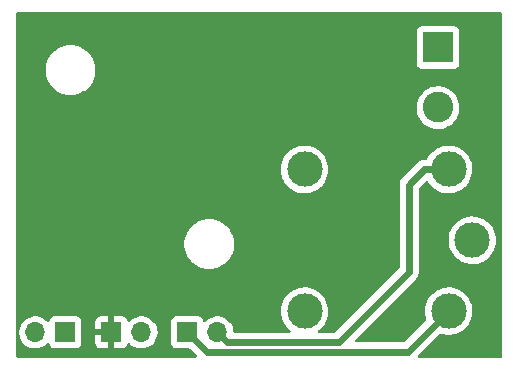
<source format=gbl>
G04 #@! TF.GenerationSoftware,KiCad,Pcbnew,6.0.6*
G04 #@! TF.CreationDate,2022-07-14T17:33:28+02:00*
G04 #@! TF.ProjectId,3D_power_meter,33445f70-6f77-4657-925f-6d657465722e,rev?*
G04 #@! TF.SameCoordinates,Original*
G04 #@! TF.FileFunction,Copper,L2,Bot*
G04 #@! TF.FilePolarity,Positive*
%FSLAX46Y46*%
G04 Gerber Fmt 4.6, Leading zero omitted, Abs format (unit mm)*
G04 Created by KiCad (PCBNEW 6.0.6) date 2022-07-14 17:33:28*
%MOMM*%
%LPD*%
G01*
G04 APERTURE LIST*
G04 #@! TA.AperFunction,ComponentPad*
%ADD10R,1.700000X1.700000*%
G04 #@! TD*
G04 #@! TA.AperFunction,ComponentPad*
%ADD11O,1.700000X1.700000*%
G04 #@! TD*
G04 #@! TA.AperFunction,ComponentPad*
%ADD12C,3.000000*%
G04 #@! TD*
G04 #@! TA.AperFunction,ComponentPad*
%ADD13R,2.600000X2.600000*%
G04 #@! TD*
G04 #@! TA.AperFunction,ComponentPad*
%ADD14C,2.600000*%
G04 #@! TD*
G04 #@! TA.AperFunction,ViaPad*
%ADD15C,0.800000*%
G04 #@! TD*
G04 #@! TA.AperFunction,Conductor*
%ADD16C,0.600000*%
G04 #@! TD*
G04 APERTURE END LIST*
D10*
X165100000Y-118000000D03*
D11*
X162560000Y-118000000D03*
D10*
X169000000Y-118000000D03*
D11*
X171540000Y-118000000D03*
D10*
X175425000Y-118000000D03*
D11*
X177965000Y-118000000D03*
D12*
X199550000Y-110200000D03*
X185350000Y-116200000D03*
X185350000Y-104200000D03*
X197550000Y-104200000D03*
X197550000Y-116200000D03*
D13*
X196645000Y-93880000D03*
D14*
X196645000Y-98960000D03*
D15*
X171625000Y-113125000D03*
X174500000Y-103050000D03*
X166175000Y-107550000D03*
X170700000Y-96100000D03*
D16*
X177075000Y-119650000D02*
X194100000Y-119650000D01*
X175425000Y-118000000D02*
X177075000Y-119650000D01*
X194100000Y-119650000D02*
X197550000Y-116200000D01*
X188250000Y-118850000D02*
X194200000Y-112900000D01*
X177965000Y-118000000D02*
X178815000Y-118850000D01*
X195500000Y-104200000D02*
X197550000Y-104200000D01*
X178815000Y-118850000D02*
X188250000Y-118850000D01*
X194200000Y-105500000D02*
X195500000Y-104200000D01*
X194200000Y-112900000D02*
X194200000Y-105500000D01*
G04 #@! TA.AperFunction,Conductor*
G36*
X202033621Y-90928502D02*
G01*
X202080114Y-90982158D01*
X202091500Y-91034500D01*
X202091500Y-120015500D01*
X202071498Y-120083621D01*
X202017842Y-120130114D01*
X201965500Y-120141500D01*
X195056082Y-120141500D01*
X194987961Y-120121498D01*
X194941468Y-120067842D01*
X194931364Y-119997568D01*
X194960858Y-119932988D01*
X194966987Y-119926405D01*
X196763007Y-118130385D01*
X196825319Y-118096359D01*
X196887887Y-118098669D01*
X196963973Y-118121207D01*
X197106723Y-118163491D01*
X197106727Y-118163492D01*
X197110836Y-118164709D01*
X197115070Y-118165357D01*
X197115075Y-118165358D01*
X197377298Y-118205483D01*
X197377300Y-118205483D01*
X197381540Y-118206132D01*
X197520912Y-118208322D01*
X197651071Y-118210367D01*
X197651077Y-118210367D01*
X197655362Y-118210434D01*
X197927235Y-118177534D01*
X198192127Y-118108041D01*
X198196087Y-118106401D01*
X198196092Y-118106399D01*
X198359721Y-118038621D01*
X198445136Y-118003241D01*
X198681582Y-117865073D01*
X198897089Y-117696094D01*
X198938809Y-117653043D01*
X199084686Y-117502509D01*
X199087669Y-117499431D01*
X199090202Y-117495983D01*
X199090206Y-117495978D01*
X199247257Y-117282178D01*
X199249795Y-117278723D01*
X199277154Y-117228334D01*
X199378418Y-117041830D01*
X199378419Y-117041828D01*
X199380468Y-117038054D01*
X199434104Y-116896109D01*
X199475751Y-116785895D01*
X199475752Y-116785891D01*
X199477269Y-116781877D01*
X199509335Y-116641869D01*
X199537449Y-116519117D01*
X199537450Y-116519113D01*
X199538407Y-116514933D01*
X199562751Y-116242161D01*
X199563193Y-116200000D01*
X199544567Y-115926778D01*
X199489032Y-115658612D01*
X199397617Y-115400465D01*
X199272013Y-115157112D01*
X199262040Y-115142921D01*
X199117008Y-114936562D01*
X199114545Y-114933057D01*
X198928125Y-114732445D01*
X198924810Y-114729731D01*
X198924806Y-114729728D01*
X198719523Y-114561706D01*
X198716205Y-114558990D01*
X198482704Y-114415901D01*
X198478768Y-114414173D01*
X198235873Y-114307549D01*
X198235869Y-114307548D01*
X198231945Y-114305825D01*
X197968566Y-114230800D01*
X197964324Y-114230196D01*
X197964318Y-114230195D01*
X197763834Y-114201662D01*
X197697443Y-114192213D01*
X197553589Y-114191460D01*
X197427877Y-114190802D01*
X197427871Y-114190802D01*
X197423591Y-114190780D01*
X197419347Y-114191339D01*
X197419343Y-114191339D01*
X197300302Y-114207011D01*
X197152078Y-114226525D01*
X197147938Y-114227658D01*
X197147936Y-114227658D01*
X197075008Y-114247609D01*
X196887928Y-114298788D01*
X196883980Y-114300472D01*
X196639982Y-114404546D01*
X196639978Y-114404548D01*
X196636030Y-114406232D01*
X196616125Y-114418145D01*
X196404725Y-114544664D01*
X196404721Y-114544667D01*
X196401043Y-114546868D01*
X196187318Y-114718094D01*
X195998808Y-114916742D01*
X195839002Y-115139136D01*
X195710857Y-115381161D01*
X195709385Y-115385184D01*
X195709383Y-115385188D01*
X195702314Y-115404506D01*
X195616743Y-115638337D01*
X195558404Y-115905907D01*
X195536917Y-116178918D01*
X195552682Y-116452320D01*
X195553507Y-116456525D01*
X195553508Y-116456533D01*
X195564127Y-116510657D01*
X195605405Y-116721053D01*
X195606792Y-116725103D01*
X195606793Y-116725108D01*
X195617588Y-116756638D01*
X195651405Y-116855408D01*
X195654547Y-116926333D01*
X195621293Y-116985315D01*
X193802013Y-118804595D01*
X193739701Y-118838621D01*
X193712918Y-118841500D01*
X189706082Y-118841500D01*
X189637961Y-118821498D01*
X189591468Y-118767842D01*
X189581364Y-118697568D01*
X189610858Y-118632988D01*
X189616987Y-118626405D01*
X194765110Y-113478281D01*
X194766047Y-113477353D01*
X194825474Y-113419158D01*
X194825475Y-113419156D01*
X194830507Y-113414229D01*
X194834322Y-113408309D01*
X194834327Y-113408303D01*
X194853994Y-113377786D01*
X194861427Y-113367441D01*
X194888476Y-113333557D01*
X194903073Y-113303362D01*
X194910602Y-113289945D01*
X194924948Y-113267684D01*
X194928765Y-113261762D01*
X194931173Y-113255145D01*
X194931176Y-113255140D01*
X194943592Y-113221027D01*
X194948553Y-113209284D01*
X194964353Y-113176600D01*
X194964356Y-113176591D01*
X194967421Y-113170251D01*
X194974966Y-113137572D01*
X194979334Y-113122825D01*
X194990803Y-113091315D01*
X194991685Y-113084330D01*
X194991687Y-113084323D01*
X194996237Y-113048308D01*
X194998472Y-113035757D01*
X195006640Y-113000378D01*
X195008225Y-112993515D01*
X195008367Y-112952926D01*
X195008396Y-112952057D01*
X195008500Y-112951231D01*
X195008500Y-112914714D01*
X195008858Y-112812130D01*
X195008589Y-112810927D01*
X195008500Y-112809283D01*
X195008500Y-110178918D01*
X197536917Y-110178918D01*
X197552682Y-110452320D01*
X197553507Y-110456525D01*
X197553508Y-110456533D01*
X197564127Y-110510657D01*
X197605405Y-110721053D01*
X197606792Y-110725103D01*
X197606793Y-110725108D01*
X197690137Y-110968534D01*
X197694112Y-110980144D01*
X197817160Y-111224799D01*
X197819586Y-111228328D01*
X197819589Y-111228334D01*
X197969843Y-111446953D01*
X197972274Y-111450490D01*
X197975161Y-111453663D01*
X197975162Y-111453664D01*
X198013665Y-111495978D01*
X198156582Y-111653043D01*
X198366675Y-111828707D01*
X198370316Y-111830991D01*
X198595024Y-111971951D01*
X198595028Y-111971953D01*
X198598664Y-111974234D01*
X198666544Y-112004883D01*
X198844345Y-112085164D01*
X198844349Y-112085166D01*
X198848257Y-112086930D01*
X198852377Y-112088150D01*
X198852376Y-112088150D01*
X199106723Y-112163491D01*
X199106727Y-112163492D01*
X199110836Y-112164709D01*
X199115070Y-112165357D01*
X199115075Y-112165358D01*
X199377298Y-112205483D01*
X199377300Y-112205483D01*
X199381540Y-112206132D01*
X199520912Y-112208322D01*
X199651071Y-112210367D01*
X199651077Y-112210367D01*
X199655362Y-112210434D01*
X199927235Y-112177534D01*
X200192127Y-112108041D01*
X200196087Y-112106401D01*
X200196092Y-112106399D01*
X200318632Y-112055641D01*
X200445136Y-112003241D01*
X200681582Y-111865073D01*
X200897089Y-111696094D01*
X200938809Y-111653043D01*
X201084686Y-111502509D01*
X201087669Y-111499431D01*
X201090202Y-111495983D01*
X201090206Y-111495978D01*
X201247257Y-111282178D01*
X201249795Y-111278723D01*
X201251841Y-111274955D01*
X201378418Y-111041830D01*
X201378419Y-111041828D01*
X201380468Y-111038054D01*
X201477269Y-110781877D01*
X201504736Y-110661951D01*
X201537449Y-110519117D01*
X201537450Y-110519113D01*
X201538407Y-110514933D01*
X201548970Y-110396583D01*
X201562531Y-110244627D01*
X201562531Y-110244625D01*
X201562751Y-110242161D01*
X201563193Y-110200000D01*
X201561465Y-110174648D01*
X201544859Y-109931055D01*
X201544858Y-109931049D01*
X201544567Y-109926778D01*
X201489032Y-109658612D01*
X201397617Y-109400465D01*
X201272013Y-109157112D01*
X201262040Y-109142921D01*
X201117008Y-108936562D01*
X201114545Y-108933057D01*
X200928125Y-108732445D01*
X200924810Y-108729731D01*
X200924806Y-108729728D01*
X200794069Y-108622721D01*
X200716205Y-108558990D01*
X200482704Y-108415901D01*
X200478768Y-108414173D01*
X200235873Y-108307549D01*
X200235869Y-108307548D01*
X200231945Y-108305825D01*
X199968566Y-108230800D01*
X199964324Y-108230196D01*
X199964318Y-108230195D01*
X199763834Y-108201662D01*
X199697443Y-108192213D01*
X199553589Y-108191460D01*
X199427877Y-108190802D01*
X199427871Y-108190802D01*
X199423591Y-108190780D01*
X199419347Y-108191339D01*
X199419343Y-108191339D01*
X199300302Y-108207011D01*
X199152078Y-108226525D01*
X199147938Y-108227658D01*
X199147936Y-108227658D01*
X199075008Y-108247609D01*
X198887928Y-108298788D01*
X198883980Y-108300472D01*
X198639982Y-108404546D01*
X198639978Y-108404548D01*
X198636030Y-108406232D01*
X198587698Y-108435158D01*
X198404725Y-108544664D01*
X198404721Y-108544667D01*
X198401043Y-108546868D01*
X198187318Y-108718094D01*
X197998808Y-108916742D01*
X197839002Y-109139136D01*
X197710857Y-109381161D01*
X197709385Y-109385184D01*
X197709383Y-109385188D01*
X197702314Y-109404506D01*
X197616743Y-109638337D01*
X197558404Y-109905907D01*
X197536917Y-110178918D01*
X195008500Y-110178918D01*
X195008500Y-105887083D01*
X195028502Y-105818962D01*
X195045404Y-105797988D01*
X195259049Y-105584343D01*
X195629151Y-105214240D01*
X195691464Y-105180215D01*
X195762279Y-105185279D01*
X195822086Y-105231966D01*
X195972274Y-105450490D01*
X196156582Y-105653043D01*
X196366675Y-105828707D01*
X196370316Y-105830991D01*
X196595024Y-105971951D01*
X196595028Y-105971953D01*
X196598664Y-105974234D01*
X196666544Y-106004883D01*
X196844345Y-106085164D01*
X196844349Y-106085166D01*
X196848257Y-106086930D01*
X196852377Y-106088150D01*
X196852376Y-106088150D01*
X197106723Y-106163491D01*
X197106727Y-106163492D01*
X197110836Y-106164709D01*
X197115070Y-106165357D01*
X197115075Y-106165358D01*
X197377298Y-106205483D01*
X197377300Y-106205483D01*
X197381540Y-106206132D01*
X197520912Y-106208322D01*
X197651071Y-106210367D01*
X197651077Y-106210367D01*
X197655362Y-106210434D01*
X197927235Y-106177534D01*
X198192127Y-106108041D01*
X198196087Y-106106401D01*
X198196092Y-106106399D01*
X198318632Y-106055641D01*
X198445136Y-106003241D01*
X198563359Y-105934157D01*
X198677879Y-105867237D01*
X198677880Y-105867236D01*
X198681582Y-105865073D01*
X198897089Y-105696094D01*
X198938809Y-105653043D01*
X199084686Y-105502509D01*
X199087669Y-105499431D01*
X199090202Y-105495983D01*
X199090206Y-105495978D01*
X199247257Y-105282178D01*
X199249795Y-105278723D01*
X199277154Y-105228334D01*
X199378418Y-105041830D01*
X199378419Y-105041828D01*
X199380468Y-105038054D01*
X199477269Y-104781877D01*
X199538407Y-104514933D01*
X199562751Y-104242161D01*
X199563193Y-104200000D01*
X199544567Y-103926778D01*
X199489032Y-103658612D01*
X199397617Y-103400465D01*
X199272013Y-103157112D01*
X199262040Y-103142921D01*
X199117008Y-102936562D01*
X199114545Y-102933057D01*
X198928125Y-102732445D01*
X198924810Y-102729731D01*
X198924806Y-102729728D01*
X198719523Y-102561706D01*
X198716205Y-102558990D01*
X198482704Y-102415901D01*
X198478768Y-102414173D01*
X198235873Y-102307549D01*
X198235869Y-102307548D01*
X198231945Y-102305825D01*
X197968566Y-102230800D01*
X197964324Y-102230196D01*
X197964318Y-102230195D01*
X197763834Y-102201662D01*
X197697443Y-102192213D01*
X197553589Y-102191460D01*
X197427877Y-102190802D01*
X197427871Y-102190802D01*
X197423591Y-102190780D01*
X197419347Y-102191339D01*
X197419343Y-102191339D01*
X197300302Y-102207011D01*
X197152078Y-102226525D01*
X197147938Y-102227658D01*
X197147936Y-102227658D01*
X197075008Y-102247609D01*
X196887928Y-102298788D01*
X196883980Y-102300472D01*
X196639982Y-102404546D01*
X196639978Y-102404548D01*
X196636030Y-102406232D01*
X196616125Y-102418145D01*
X196404725Y-102544664D01*
X196404721Y-102544667D01*
X196401043Y-102546868D01*
X196187318Y-102718094D01*
X195998808Y-102916742D01*
X195839002Y-103139136D01*
X195836998Y-103142921D01*
X195740879Y-103324459D01*
X195691326Y-103375302D01*
X195629524Y-103391500D01*
X195509260Y-103391500D01*
X195507941Y-103391493D01*
X195417779Y-103390549D01*
X195410893Y-103392038D01*
X195410891Y-103392038D01*
X195401563Y-103394055D01*
X195375403Y-103399711D01*
X195362837Y-103401769D01*
X195319745Y-103406603D01*
X195313094Y-103408919D01*
X195313090Y-103408920D01*
X195288070Y-103417633D01*
X195273257Y-103421796D01*
X195240490Y-103428881D01*
X195201189Y-103447207D01*
X195189406Y-103451992D01*
X195148448Y-103466255D01*
X195142471Y-103469990D01*
X195120016Y-103484021D01*
X195106499Y-103491360D01*
X195082481Y-103502560D01*
X195082477Y-103502562D01*
X195076098Y-103505537D01*
X195070534Y-103509853D01*
X195070532Y-103509854D01*
X195041840Y-103532109D01*
X195031385Y-103539403D01*
X194994624Y-103562374D01*
X194989627Y-103567336D01*
X194989626Y-103567337D01*
X194965821Y-103590976D01*
X194965196Y-103591561D01*
X194964530Y-103592078D01*
X194938540Y-103618068D01*
X194865918Y-103690185D01*
X194865260Y-103691222D01*
X194864157Y-103692451D01*
X193634842Y-104921766D01*
X193633905Y-104922694D01*
X193569493Y-104985771D01*
X193546002Y-105022221D01*
X193538583Y-105032546D01*
X193511524Y-105066443D01*
X193508459Y-105072784D01*
X193508458Y-105072785D01*
X193496928Y-105096637D01*
X193489399Y-105110054D01*
X193471235Y-105138238D01*
X193468827Y-105144855D01*
X193468824Y-105144860D01*
X193456408Y-105178973D01*
X193451447Y-105190716D01*
X193435646Y-105223403D01*
X193435644Y-105223408D01*
X193432579Y-105229749D01*
X193430996Y-105236607D01*
X193430995Y-105236609D01*
X193425035Y-105262426D01*
X193420668Y-105277169D01*
X193409197Y-105308685D01*
X193408314Y-105315675D01*
X193408312Y-105315683D01*
X193403762Y-105351701D01*
X193401526Y-105364253D01*
X193391776Y-105406485D01*
X193391751Y-105413531D01*
X193391751Y-105413534D01*
X193391634Y-105447056D01*
X193391605Y-105447938D01*
X193391500Y-105448769D01*
X193391500Y-105485572D01*
X193391143Y-105587870D01*
X193391411Y-105589070D01*
X193391500Y-105590707D01*
X193391500Y-112512918D01*
X193371498Y-112581039D01*
X193354595Y-112602013D01*
X187952013Y-118004595D01*
X187889701Y-118038621D01*
X187862918Y-118041500D01*
X186621472Y-118041500D01*
X186553351Y-118021498D01*
X186506858Y-117967842D01*
X186496754Y-117897568D01*
X186526248Y-117832988D01*
X186543721Y-117816350D01*
X186697089Y-117696094D01*
X186738809Y-117653043D01*
X186884686Y-117502509D01*
X186887669Y-117499431D01*
X186890202Y-117495983D01*
X186890206Y-117495978D01*
X187047257Y-117282178D01*
X187049795Y-117278723D01*
X187077154Y-117228334D01*
X187178418Y-117041830D01*
X187178419Y-117041828D01*
X187180468Y-117038054D01*
X187234104Y-116896109D01*
X187275751Y-116785895D01*
X187275752Y-116785891D01*
X187277269Y-116781877D01*
X187309335Y-116641869D01*
X187337449Y-116519117D01*
X187337450Y-116519113D01*
X187338407Y-116514933D01*
X187362751Y-116242161D01*
X187363193Y-116200000D01*
X187344567Y-115926778D01*
X187289032Y-115658612D01*
X187197617Y-115400465D01*
X187072013Y-115157112D01*
X187062040Y-115142921D01*
X186917008Y-114936562D01*
X186914545Y-114933057D01*
X186728125Y-114732445D01*
X186724810Y-114729731D01*
X186724806Y-114729728D01*
X186519523Y-114561706D01*
X186516205Y-114558990D01*
X186282704Y-114415901D01*
X186278768Y-114414173D01*
X186035873Y-114307549D01*
X186035869Y-114307548D01*
X186031945Y-114305825D01*
X185768566Y-114230800D01*
X185764324Y-114230196D01*
X185764318Y-114230195D01*
X185563834Y-114201662D01*
X185497443Y-114192213D01*
X185353589Y-114191460D01*
X185227877Y-114190802D01*
X185227871Y-114190802D01*
X185223591Y-114190780D01*
X185219347Y-114191339D01*
X185219343Y-114191339D01*
X185100302Y-114207011D01*
X184952078Y-114226525D01*
X184947938Y-114227658D01*
X184947936Y-114227658D01*
X184875008Y-114247609D01*
X184687928Y-114298788D01*
X184683980Y-114300472D01*
X184439982Y-114404546D01*
X184439978Y-114404548D01*
X184436030Y-114406232D01*
X184416125Y-114418145D01*
X184204725Y-114544664D01*
X184204721Y-114544667D01*
X184201043Y-114546868D01*
X183987318Y-114718094D01*
X183798808Y-114916742D01*
X183639002Y-115139136D01*
X183510857Y-115381161D01*
X183509385Y-115385184D01*
X183509383Y-115385188D01*
X183502314Y-115404506D01*
X183416743Y-115638337D01*
X183358404Y-115905907D01*
X183336917Y-116178918D01*
X183352682Y-116452320D01*
X183353507Y-116456525D01*
X183353508Y-116456533D01*
X183364127Y-116510657D01*
X183405405Y-116721053D01*
X183406792Y-116725103D01*
X183406793Y-116725108D01*
X183475688Y-116926333D01*
X183494112Y-116980144D01*
X183536822Y-117065064D01*
X183588733Y-117168277D01*
X183617160Y-117224799D01*
X183619586Y-117228328D01*
X183619589Y-117228334D01*
X183687181Y-117326680D01*
X183772274Y-117450490D01*
X183956582Y-117653043D01*
X184154871Y-117818837D01*
X184194301Y-117877878D01*
X184195552Y-117948863D01*
X184158226Y-118009256D01*
X184094175Y-118039882D01*
X184074049Y-118041500D01*
X179447634Y-118041500D01*
X179379513Y-118021498D01*
X179333020Y-117967842D01*
X179322058Y-117925824D01*
X179310276Y-117782522D01*
X179309852Y-117777361D01*
X179255431Y-117560702D01*
X179166354Y-117355840D01*
X179081580Y-117224799D01*
X179047822Y-117172617D01*
X179047820Y-117172614D01*
X179045014Y-117168277D01*
X178894670Y-117003051D01*
X178890619Y-116999852D01*
X178890615Y-116999848D01*
X178723414Y-116867800D01*
X178723410Y-116867798D01*
X178719359Y-116864598D01*
X178523789Y-116756638D01*
X178518920Y-116754914D01*
X178518916Y-116754912D01*
X178318087Y-116683795D01*
X178318083Y-116683794D01*
X178313212Y-116682069D01*
X178308119Y-116681162D01*
X178308116Y-116681161D01*
X178098373Y-116643800D01*
X178098367Y-116643799D01*
X178093284Y-116642894D01*
X178019452Y-116641992D01*
X177875081Y-116640228D01*
X177875079Y-116640228D01*
X177869911Y-116640165D01*
X177649091Y-116673955D01*
X177436756Y-116743357D01*
X177238607Y-116846507D01*
X177234474Y-116849610D01*
X177234471Y-116849612D01*
X177066021Y-116976088D01*
X177059965Y-116980635D01*
X177003537Y-117039684D01*
X176979283Y-117065064D01*
X176917759Y-117100494D01*
X176846846Y-117097037D01*
X176789060Y-117055791D01*
X176770207Y-117022243D01*
X176728767Y-116911703D01*
X176725615Y-116903295D01*
X176638261Y-116786739D01*
X176521705Y-116699385D01*
X176385316Y-116648255D01*
X176323134Y-116641500D01*
X174526866Y-116641500D01*
X174464684Y-116648255D01*
X174328295Y-116699385D01*
X174211739Y-116786739D01*
X174124385Y-116903295D01*
X174073255Y-117039684D01*
X174066500Y-117101866D01*
X174066500Y-118898134D01*
X174073255Y-118960316D01*
X174124385Y-119096705D01*
X174211739Y-119213261D01*
X174328295Y-119300615D01*
X174464684Y-119351745D01*
X174526866Y-119358500D01*
X175587918Y-119358500D01*
X175656039Y-119378502D01*
X175677013Y-119395405D01*
X176208013Y-119926405D01*
X176242039Y-119988717D01*
X176236974Y-120059532D01*
X176194427Y-120116368D01*
X176127907Y-120141179D01*
X176118918Y-120141500D01*
X161034500Y-120141500D01*
X160966379Y-120121498D01*
X160919886Y-120067842D01*
X160908500Y-120015500D01*
X160908500Y-117966695D01*
X161197251Y-117966695D01*
X161197548Y-117971848D01*
X161197548Y-117971851D01*
X161206689Y-118130385D01*
X161210110Y-118189715D01*
X161211247Y-118194761D01*
X161211248Y-118194767D01*
X161225606Y-118258475D01*
X161259222Y-118407639D01*
X161343266Y-118614616D01*
X161380685Y-118675678D01*
X161437163Y-118767842D01*
X161459987Y-118805088D01*
X161606250Y-118973938D01*
X161778126Y-119116632D01*
X161971000Y-119229338D01*
X162179692Y-119309030D01*
X162184760Y-119310061D01*
X162184763Y-119310062D01*
X162292017Y-119331883D01*
X162398597Y-119353567D01*
X162403772Y-119353757D01*
X162403774Y-119353757D01*
X162616673Y-119361564D01*
X162616677Y-119361564D01*
X162621837Y-119361753D01*
X162626957Y-119361097D01*
X162626959Y-119361097D01*
X162838288Y-119334025D01*
X162838289Y-119334025D01*
X162843416Y-119333368D01*
X162848366Y-119331883D01*
X163052429Y-119270661D01*
X163052434Y-119270659D01*
X163057384Y-119269174D01*
X163257994Y-119170896D01*
X163439860Y-119041173D01*
X163548091Y-118933319D01*
X163610462Y-118899404D01*
X163681268Y-118904592D01*
X163738030Y-118947238D01*
X163755012Y-118978341D01*
X163799385Y-119096705D01*
X163886739Y-119213261D01*
X164003295Y-119300615D01*
X164139684Y-119351745D01*
X164201866Y-119358500D01*
X165998134Y-119358500D01*
X166060316Y-119351745D01*
X166196705Y-119300615D01*
X166313261Y-119213261D01*
X166400615Y-119096705D01*
X166451745Y-118960316D01*
X166458500Y-118898134D01*
X166458500Y-118894669D01*
X167642001Y-118894669D01*
X167642371Y-118901490D01*
X167647895Y-118952352D01*
X167651521Y-118967604D01*
X167696676Y-119088054D01*
X167705214Y-119103649D01*
X167781715Y-119205724D01*
X167794276Y-119218285D01*
X167896351Y-119294786D01*
X167911946Y-119303324D01*
X168032394Y-119348478D01*
X168047649Y-119352105D01*
X168098514Y-119357631D01*
X168105328Y-119358000D01*
X168727885Y-119358000D01*
X168743124Y-119353525D01*
X168744329Y-119352135D01*
X168746000Y-119344452D01*
X168746000Y-119339884D01*
X169254000Y-119339884D01*
X169258475Y-119355123D01*
X169259865Y-119356328D01*
X169267548Y-119357999D01*
X169894669Y-119357999D01*
X169901490Y-119357629D01*
X169952352Y-119352105D01*
X169967604Y-119348479D01*
X170088054Y-119303324D01*
X170103649Y-119294786D01*
X170205724Y-119218285D01*
X170218285Y-119205724D01*
X170294786Y-119103649D01*
X170303324Y-119088054D01*
X170344225Y-118978952D01*
X170386867Y-118922188D01*
X170453428Y-118897488D01*
X170522777Y-118912696D01*
X170557444Y-118940684D01*
X170582865Y-118970031D01*
X170582869Y-118970035D01*
X170586250Y-118973938D01*
X170758126Y-119116632D01*
X170951000Y-119229338D01*
X171159692Y-119309030D01*
X171164760Y-119310061D01*
X171164763Y-119310062D01*
X171272017Y-119331883D01*
X171378597Y-119353567D01*
X171383772Y-119353757D01*
X171383774Y-119353757D01*
X171596673Y-119361564D01*
X171596677Y-119361564D01*
X171601837Y-119361753D01*
X171606957Y-119361097D01*
X171606959Y-119361097D01*
X171818288Y-119334025D01*
X171818289Y-119334025D01*
X171823416Y-119333368D01*
X171828366Y-119331883D01*
X172032429Y-119270661D01*
X172032434Y-119270659D01*
X172037384Y-119269174D01*
X172237994Y-119170896D01*
X172419860Y-119041173D01*
X172578096Y-118883489D01*
X172637594Y-118800689D01*
X172705435Y-118706277D01*
X172708453Y-118702077D01*
X172807430Y-118501811D01*
X172872370Y-118288069D01*
X172901529Y-118066590D01*
X172902182Y-118039882D01*
X172903074Y-118003365D01*
X172903074Y-118003361D01*
X172903156Y-118000000D01*
X172884852Y-117777361D01*
X172830431Y-117560702D01*
X172741354Y-117355840D01*
X172656580Y-117224799D01*
X172622822Y-117172617D01*
X172622820Y-117172614D01*
X172620014Y-117168277D01*
X172469670Y-117003051D01*
X172465619Y-116999852D01*
X172465615Y-116999848D01*
X172298414Y-116867800D01*
X172298410Y-116867798D01*
X172294359Y-116864598D01*
X172098789Y-116756638D01*
X172093920Y-116754914D01*
X172093916Y-116754912D01*
X171893087Y-116683795D01*
X171893083Y-116683794D01*
X171888212Y-116682069D01*
X171883119Y-116681162D01*
X171883116Y-116681161D01*
X171673373Y-116643800D01*
X171673367Y-116643799D01*
X171668284Y-116642894D01*
X171594452Y-116641992D01*
X171450081Y-116640228D01*
X171450079Y-116640228D01*
X171444911Y-116640165D01*
X171224091Y-116673955D01*
X171011756Y-116743357D01*
X170813607Y-116846507D01*
X170809474Y-116849610D01*
X170809471Y-116849612D01*
X170641021Y-116976088D01*
X170634965Y-116980635D01*
X170631393Y-116984373D01*
X170553898Y-117065466D01*
X170492374Y-117100895D01*
X170421462Y-117097438D01*
X170363676Y-117056192D01*
X170344823Y-117022644D01*
X170303324Y-116911946D01*
X170294786Y-116896351D01*
X170218285Y-116794276D01*
X170205724Y-116781715D01*
X170103649Y-116705214D01*
X170088054Y-116696676D01*
X169967606Y-116651522D01*
X169952351Y-116647895D01*
X169901486Y-116642369D01*
X169894672Y-116642000D01*
X169272115Y-116642000D01*
X169256876Y-116646475D01*
X169255671Y-116647865D01*
X169254000Y-116655548D01*
X169254000Y-119339884D01*
X168746000Y-119339884D01*
X168746000Y-118272115D01*
X168741525Y-118256876D01*
X168740135Y-118255671D01*
X168732452Y-118254000D01*
X167660116Y-118254000D01*
X167644877Y-118258475D01*
X167643672Y-118259865D01*
X167642001Y-118267548D01*
X167642001Y-118894669D01*
X166458500Y-118894669D01*
X166458500Y-117727885D01*
X167642000Y-117727885D01*
X167646475Y-117743124D01*
X167647865Y-117744329D01*
X167655548Y-117746000D01*
X168727885Y-117746000D01*
X168743124Y-117741525D01*
X168744329Y-117740135D01*
X168746000Y-117732452D01*
X168746000Y-116660116D01*
X168741525Y-116644877D01*
X168740135Y-116643672D01*
X168732452Y-116642001D01*
X168105331Y-116642001D01*
X168098510Y-116642371D01*
X168047648Y-116647895D01*
X168032396Y-116651521D01*
X167911946Y-116696676D01*
X167896351Y-116705214D01*
X167794276Y-116781715D01*
X167781715Y-116794276D01*
X167705214Y-116896351D01*
X167696676Y-116911946D01*
X167651522Y-117032394D01*
X167647895Y-117047649D01*
X167642369Y-117098514D01*
X167642000Y-117105328D01*
X167642000Y-117727885D01*
X166458500Y-117727885D01*
X166458500Y-117101866D01*
X166451745Y-117039684D01*
X166400615Y-116903295D01*
X166313261Y-116786739D01*
X166196705Y-116699385D01*
X166060316Y-116648255D01*
X165998134Y-116641500D01*
X164201866Y-116641500D01*
X164139684Y-116648255D01*
X164003295Y-116699385D01*
X163886739Y-116786739D01*
X163799385Y-116903295D01*
X163796233Y-116911703D01*
X163754919Y-117021907D01*
X163712277Y-117078671D01*
X163645716Y-117103371D01*
X163576367Y-117088163D01*
X163543743Y-117062476D01*
X163493151Y-117006875D01*
X163493142Y-117006866D01*
X163489670Y-117003051D01*
X163485619Y-116999852D01*
X163485615Y-116999848D01*
X163318414Y-116867800D01*
X163318410Y-116867798D01*
X163314359Y-116864598D01*
X163118789Y-116756638D01*
X163113920Y-116754914D01*
X163113916Y-116754912D01*
X162913087Y-116683795D01*
X162913083Y-116683794D01*
X162908212Y-116682069D01*
X162903119Y-116681162D01*
X162903116Y-116681161D01*
X162693373Y-116643800D01*
X162693367Y-116643799D01*
X162688284Y-116642894D01*
X162614452Y-116641992D01*
X162470081Y-116640228D01*
X162470079Y-116640228D01*
X162464911Y-116640165D01*
X162244091Y-116673955D01*
X162031756Y-116743357D01*
X161833607Y-116846507D01*
X161829474Y-116849610D01*
X161829471Y-116849612D01*
X161661021Y-116976088D01*
X161654965Y-116980635D01*
X161615525Y-117021907D01*
X161543729Y-117097037D01*
X161500629Y-117142138D01*
X161374743Y-117326680D01*
X161359003Y-117360590D01*
X161317273Y-117450490D01*
X161280688Y-117529305D01*
X161220989Y-117744570D01*
X161197251Y-117966695D01*
X160908500Y-117966695D01*
X160908500Y-110657703D01*
X175165743Y-110657703D01*
X175203268Y-110942734D01*
X175279129Y-111220036D01*
X175280813Y-111223984D01*
X175377427Y-111450490D01*
X175391923Y-111484476D01*
X175402716Y-111502509D01*
X175490908Y-111649867D01*
X175539561Y-111731161D01*
X175719313Y-111955528D01*
X175842711Y-112072628D01*
X175859068Y-112088150D01*
X175927851Y-112153423D01*
X176161317Y-112321186D01*
X176165112Y-112323195D01*
X176165113Y-112323196D01*
X176186869Y-112334715D01*
X176415392Y-112455712D01*
X176685373Y-112554511D01*
X176966264Y-112615755D01*
X176994841Y-112618004D01*
X177189282Y-112633307D01*
X177189291Y-112633307D01*
X177191739Y-112633500D01*
X177347271Y-112633500D01*
X177349407Y-112633354D01*
X177349418Y-112633354D01*
X177557548Y-112619165D01*
X177557554Y-112619164D01*
X177561825Y-112618873D01*
X177566020Y-112618004D01*
X177566022Y-112618004D01*
X177702584Y-112589723D01*
X177843342Y-112560574D01*
X178114343Y-112464607D01*
X178369812Y-112332750D01*
X178373313Y-112330289D01*
X178373317Y-112330287D01*
X178549971Y-112206132D01*
X178605023Y-112167441D01*
X178815622Y-111971740D01*
X178997713Y-111749268D01*
X179147927Y-111504142D01*
X179263483Y-111240898D01*
X179342244Y-110964406D01*
X179382751Y-110679784D01*
X179382845Y-110661951D01*
X179384235Y-110396583D01*
X179384235Y-110396576D01*
X179384257Y-110392297D01*
X179346732Y-110107266D01*
X179270871Y-109829964D01*
X179197783Y-109658612D01*
X179159763Y-109569476D01*
X179159761Y-109569472D01*
X179158077Y-109565524D01*
X179010439Y-109318839D01*
X178830687Y-109094472D01*
X178707289Y-108977372D01*
X178625258Y-108899527D01*
X178625255Y-108899525D01*
X178622149Y-108896577D01*
X178388683Y-108728814D01*
X178368437Y-108718094D01*
X178343654Y-108704972D01*
X178134608Y-108594288D01*
X177864627Y-108495489D01*
X177583736Y-108434245D01*
X177552685Y-108431801D01*
X177360718Y-108416693D01*
X177360709Y-108416693D01*
X177358261Y-108416500D01*
X177202729Y-108416500D01*
X177200593Y-108416646D01*
X177200582Y-108416646D01*
X176992452Y-108430835D01*
X176992446Y-108430836D01*
X176988175Y-108431127D01*
X176983980Y-108431996D01*
X176983978Y-108431996D01*
X176847416Y-108460277D01*
X176706658Y-108489426D01*
X176435657Y-108585393D01*
X176180188Y-108717250D01*
X176176687Y-108719711D01*
X176176683Y-108719713D01*
X176062582Y-108799905D01*
X175944977Y-108882559D01*
X175734378Y-109078260D01*
X175552287Y-109300732D01*
X175402073Y-109545858D01*
X175400347Y-109549791D01*
X175400346Y-109549792D01*
X175359641Y-109642520D01*
X175286517Y-109809102D01*
X175207756Y-110085594D01*
X175167249Y-110370216D01*
X175167227Y-110374505D01*
X175167226Y-110374512D01*
X175166469Y-110519117D01*
X175165743Y-110657703D01*
X160908500Y-110657703D01*
X160908500Y-104178918D01*
X183336917Y-104178918D01*
X183352682Y-104452320D01*
X183353507Y-104456525D01*
X183353508Y-104456533D01*
X183364127Y-104510657D01*
X183405405Y-104721053D01*
X183406792Y-104725103D01*
X183406793Y-104725108D01*
X183474297Y-104922269D01*
X183494112Y-104980144D01*
X183517966Y-105027572D01*
X183597284Y-105185279D01*
X183617160Y-105224799D01*
X183619586Y-105228328D01*
X183619589Y-105228334D01*
X183737308Y-105399614D01*
X183772274Y-105450490D01*
X183956582Y-105653043D01*
X184166675Y-105828707D01*
X184170316Y-105830991D01*
X184395024Y-105971951D01*
X184395028Y-105971953D01*
X184398664Y-105974234D01*
X184466544Y-106004883D01*
X184644345Y-106085164D01*
X184644349Y-106085166D01*
X184648257Y-106086930D01*
X184652377Y-106088150D01*
X184652376Y-106088150D01*
X184906723Y-106163491D01*
X184906727Y-106163492D01*
X184910836Y-106164709D01*
X184915070Y-106165357D01*
X184915075Y-106165358D01*
X185177298Y-106205483D01*
X185177300Y-106205483D01*
X185181540Y-106206132D01*
X185320912Y-106208322D01*
X185451071Y-106210367D01*
X185451077Y-106210367D01*
X185455362Y-106210434D01*
X185727235Y-106177534D01*
X185992127Y-106108041D01*
X185996087Y-106106401D01*
X185996092Y-106106399D01*
X186118632Y-106055641D01*
X186245136Y-106003241D01*
X186363359Y-105934157D01*
X186477879Y-105867237D01*
X186477880Y-105867236D01*
X186481582Y-105865073D01*
X186697089Y-105696094D01*
X186738809Y-105653043D01*
X186884686Y-105502509D01*
X186887669Y-105499431D01*
X186890202Y-105495983D01*
X186890206Y-105495978D01*
X187047257Y-105282178D01*
X187049795Y-105278723D01*
X187077154Y-105228334D01*
X187178418Y-105041830D01*
X187178419Y-105041828D01*
X187180468Y-105038054D01*
X187277269Y-104781877D01*
X187338407Y-104514933D01*
X187362751Y-104242161D01*
X187363193Y-104200000D01*
X187344567Y-103926778D01*
X187289032Y-103658612D01*
X187197617Y-103400465D01*
X187072013Y-103157112D01*
X187062040Y-103142921D01*
X186917008Y-102936562D01*
X186914545Y-102933057D01*
X186728125Y-102732445D01*
X186724810Y-102729731D01*
X186724806Y-102729728D01*
X186519523Y-102561706D01*
X186516205Y-102558990D01*
X186282704Y-102415901D01*
X186278768Y-102414173D01*
X186035873Y-102307549D01*
X186035869Y-102307548D01*
X186031945Y-102305825D01*
X185768566Y-102230800D01*
X185764324Y-102230196D01*
X185764318Y-102230195D01*
X185563834Y-102201662D01*
X185497443Y-102192213D01*
X185353589Y-102191460D01*
X185227877Y-102190802D01*
X185227871Y-102190802D01*
X185223591Y-102190780D01*
X185219347Y-102191339D01*
X185219343Y-102191339D01*
X185100302Y-102207011D01*
X184952078Y-102226525D01*
X184947938Y-102227658D01*
X184947936Y-102227658D01*
X184875008Y-102247609D01*
X184687928Y-102298788D01*
X184683980Y-102300472D01*
X184439982Y-102404546D01*
X184439978Y-102404548D01*
X184436030Y-102406232D01*
X184416125Y-102418145D01*
X184204725Y-102544664D01*
X184204721Y-102544667D01*
X184201043Y-102546868D01*
X183987318Y-102718094D01*
X183798808Y-102916742D01*
X183639002Y-103139136D01*
X183510857Y-103381161D01*
X183509385Y-103385184D01*
X183509383Y-103385188D01*
X183433061Y-103593746D01*
X183416743Y-103638337D01*
X183358404Y-103905907D01*
X183336917Y-104178918D01*
X160908500Y-104178918D01*
X160908500Y-98912526D01*
X194832050Y-98912526D01*
X194844947Y-99181019D01*
X194897388Y-99444656D01*
X194988220Y-99697646D01*
X195115450Y-99934431D01*
X195118241Y-99938168D01*
X195118245Y-99938175D01*
X195199887Y-100047506D01*
X195276281Y-100149810D01*
X195279590Y-100153090D01*
X195279595Y-100153096D01*
X195463863Y-100335762D01*
X195467180Y-100339050D01*
X195470942Y-100341808D01*
X195470945Y-100341811D01*
X195583299Y-100424192D01*
X195683954Y-100497995D01*
X195688089Y-100500171D01*
X195688093Y-100500173D01*
X195917698Y-100620975D01*
X195921840Y-100623154D01*
X196175613Y-100711775D01*
X196180206Y-100712647D01*
X196435109Y-100761042D01*
X196435112Y-100761042D01*
X196439698Y-100761913D01*
X196567370Y-100766929D01*
X196703625Y-100772283D01*
X196703630Y-100772283D01*
X196708293Y-100772466D01*
X196812607Y-100761042D01*
X196970844Y-100743713D01*
X196970850Y-100743712D01*
X196975497Y-100743203D01*
X196980021Y-100742012D01*
X197230918Y-100675956D01*
X197230920Y-100675955D01*
X197235441Y-100674765D01*
X197239738Y-100672919D01*
X197478120Y-100570502D01*
X197478122Y-100570501D01*
X197482414Y-100568657D01*
X197601071Y-100495230D01*
X197707017Y-100429669D01*
X197707021Y-100429666D01*
X197710990Y-100427210D01*
X197916149Y-100253530D01*
X198093382Y-100051434D01*
X198238797Y-99825361D01*
X198349199Y-99580278D01*
X198386209Y-99449051D01*
X198420893Y-99326072D01*
X198420894Y-99326069D01*
X198422163Y-99321568D01*
X198440043Y-99181019D01*
X198455688Y-99058045D01*
X198455688Y-99058041D01*
X198456086Y-99054915D01*
X198458571Y-98960000D01*
X198438650Y-98691937D01*
X198379327Y-98429763D01*
X198281902Y-98179238D01*
X198148518Y-97945864D01*
X197982105Y-97734769D01*
X197786317Y-97550591D01*
X197565457Y-97397374D01*
X197561264Y-97395306D01*
X197328564Y-97280551D01*
X197328561Y-97280550D01*
X197324376Y-97278486D01*
X197276745Y-97263239D01*
X197174555Y-97230528D01*
X197068370Y-97196538D01*
X197063763Y-97195788D01*
X197063760Y-97195787D01*
X196807674Y-97154081D01*
X196807675Y-97154081D01*
X196803063Y-97153330D01*
X196672719Y-97151624D01*
X196538961Y-97149873D01*
X196538958Y-97149873D01*
X196534284Y-97149812D01*
X196267937Y-97186060D01*
X196009874Y-97261278D01*
X195765763Y-97373815D01*
X195761854Y-97376378D01*
X195544881Y-97518631D01*
X195544876Y-97518635D01*
X195540968Y-97521197D01*
X195340426Y-97700188D01*
X195168544Y-97906854D01*
X195029096Y-98136656D01*
X194925148Y-98384545D01*
X194858981Y-98645077D01*
X194832050Y-98912526D01*
X160908500Y-98912526D01*
X160908500Y-95932703D01*
X163415743Y-95932703D01*
X163453268Y-96217734D01*
X163529129Y-96495036D01*
X163641923Y-96759476D01*
X163789561Y-97006161D01*
X163969313Y-97230528D01*
X164177851Y-97428423D01*
X164411317Y-97596186D01*
X164415112Y-97598195D01*
X164415113Y-97598196D01*
X164436869Y-97609715D01*
X164665392Y-97730712D01*
X164935373Y-97829511D01*
X165216264Y-97890755D01*
X165244841Y-97893004D01*
X165439282Y-97908307D01*
X165439291Y-97908307D01*
X165441739Y-97908500D01*
X165597271Y-97908500D01*
X165599407Y-97908354D01*
X165599418Y-97908354D01*
X165807548Y-97894165D01*
X165807554Y-97894164D01*
X165811825Y-97893873D01*
X165816020Y-97893004D01*
X165816022Y-97893004D01*
X165952583Y-97864724D01*
X166093342Y-97835574D01*
X166364343Y-97739607D01*
X166619812Y-97607750D01*
X166623313Y-97605289D01*
X166623317Y-97605287D01*
X166738529Y-97524314D01*
X166855023Y-97442441D01*
X167029237Y-97280551D01*
X167062479Y-97249661D01*
X167062481Y-97249658D01*
X167065622Y-97246740D01*
X167247713Y-97024268D01*
X167397927Y-96779142D01*
X167513483Y-96515898D01*
X167592244Y-96239406D01*
X167632751Y-95954784D01*
X167632845Y-95936951D01*
X167634235Y-95671583D01*
X167634235Y-95671576D01*
X167634257Y-95667297D01*
X167596732Y-95382266D01*
X167554566Y-95228134D01*
X194836500Y-95228134D01*
X194843255Y-95290316D01*
X194894385Y-95426705D01*
X194981739Y-95543261D01*
X195098295Y-95630615D01*
X195234684Y-95681745D01*
X195296866Y-95688500D01*
X197993134Y-95688500D01*
X198055316Y-95681745D01*
X198191705Y-95630615D01*
X198308261Y-95543261D01*
X198395615Y-95426705D01*
X198446745Y-95290316D01*
X198453500Y-95228134D01*
X198453500Y-92531866D01*
X198446745Y-92469684D01*
X198395615Y-92333295D01*
X198308261Y-92216739D01*
X198191705Y-92129385D01*
X198055316Y-92078255D01*
X197993134Y-92071500D01*
X195296866Y-92071500D01*
X195234684Y-92078255D01*
X195098295Y-92129385D01*
X194981739Y-92216739D01*
X194894385Y-92333295D01*
X194843255Y-92469684D01*
X194836500Y-92531866D01*
X194836500Y-95228134D01*
X167554566Y-95228134D01*
X167520871Y-95104964D01*
X167408077Y-94840524D01*
X167260439Y-94593839D01*
X167080687Y-94369472D01*
X166872149Y-94171577D01*
X166638683Y-94003814D01*
X166616843Y-93992250D01*
X166593654Y-93979972D01*
X166384608Y-93869288D01*
X166114627Y-93770489D01*
X165833736Y-93709245D01*
X165802685Y-93706801D01*
X165610718Y-93691693D01*
X165610709Y-93691693D01*
X165608261Y-93691500D01*
X165452729Y-93691500D01*
X165450593Y-93691646D01*
X165450582Y-93691646D01*
X165242452Y-93705835D01*
X165242446Y-93705836D01*
X165238175Y-93706127D01*
X165233980Y-93706996D01*
X165233978Y-93706996D01*
X165097417Y-93735276D01*
X164956658Y-93764426D01*
X164685657Y-93860393D01*
X164430188Y-93992250D01*
X164426687Y-93994711D01*
X164426683Y-93994713D01*
X164416594Y-94001804D01*
X164194977Y-94157559D01*
X163984378Y-94353260D01*
X163802287Y-94575732D01*
X163652073Y-94820858D01*
X163536517Y-95084102D01*
X163457756Y-95360594D01*
X163432781Y-95536081D01*
X163420094Y-95625229D01*
X163417249Y-95645216D01*
X163417227Y-95649505D01*
X163417226Y-95649512D01*
X163417053Y-95682598D01*
X163415743Y-95932703D01*
X160908500Y-95932703D01*
X160908500Y-91034500D01*
X160928502Y-90966379D01*
X160982158Y-90919886D01*
X161034500Y-90908500D01*
X201965500Y-90908500D01*
X202033621Y-90928502D01*
G37*
G04 #@! TD.AperFunction*
M02*

</source>
